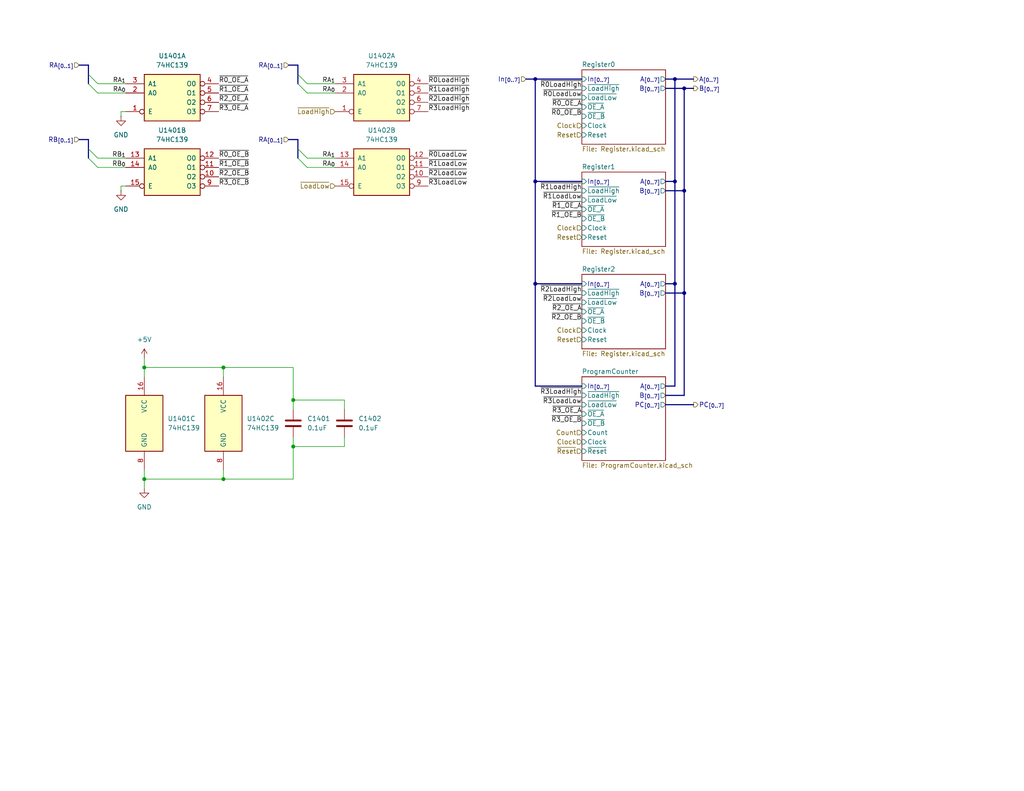
<source format=kicad_sch>
(kicad_sch (version 20250114) (generator "eeschema") (generator_version "9.0")
  (paper "USLetter")
  (title_block (title "BRISC8 CPU") (date "2025-06-26") (rev "v1.0.0") (company "Brian Duffy") (comment 3 "Compatible with the BRISC8 assembler and compiler suite.") (comment 4 "Simple 8-bit RISC CPU designed by Brian Duffy to explore the lowest level of computing."))
  (lib_symbols
    (symbol "74xx:74LS139" (pin_names (offset 1.016))
      (property "Reference" "U" (at -7.62 8.89 0))
      (property "Value" "74LS139" (at -7.62 -8.89 0))
      (symbol "74LS139_1_0"
        (pin input line (at -12.7 2.54 0) (length 5.08) (name "A1") (number "3"))
        (pin input line (at -12.7 0 0) (length 5.08) (name "A0") (number "2"))
        (pin input inverted (at -12.7 -5.08 0) (length 5.08) (name "E") (number "1"))
        (pin output inverted (at 12.7 2.54 180) (length 5.08) (name "O0") (number "4"))
        (pin output inverted (at 12.7 0 180) (length 5.08) (name "O1") (number "5"))
        (pin output inverted (at 12.7 -2.54 180) (length 5.08) (name "O2") (number "6"))
        (pin output inverted (at 12.7 -5.08 180) (length 5.08) (name "O3") (number "7"))
      )
      (symbol "74LS139_1_1"
        (rectangle (start -7.62 5.08) (end 7.62 -7.62) (stroke (width 0.254)) (fill (type background)))
      )
      (symbol "74LS139_2_0"
        (pin input line (at -12.7 2.54 0) (length 5.08) (name "A1") (number "13"))
        (pin input line (at -12.7 0 0) (length 5.08) (name "A0") (number "14"))
        (pin input inverted (at -12.7 -5.08 0) (length 5.08) (name "E") (number "15"))
        (pin output inverted (at 12.7 2.54 180) (length 5.08) (name "O0") (number "12"))
        (pin output inverted (at 12.7 0 180) (length 5.08) (name "O1") (number "11"))
        (pin output inverted (at 12.7 -2.54 180) (length 5.08) (name "O2") (number "10"))
        (pin output inverted (at 12.7 -5.08 180) (length 5.08) (name "O3") (number "9"))
      )
      (symbol "74LS139_2_1"
        (rectangle (start -7.62 5.08) (end 7.62 -7.62) (stroke (width 0.254)) (fill (type background)))
      )
      (symbol "74LS139_3_0"
        (pin power_in line (at 0 12.7 270) (length 5.08) (name "VCC") (number "16"))
        (pin power_in line (at 0 -12.7 90) (length 5.08) (name "GND") (number "8"))
      )
      (symbol "74LS139_3_1"
        (rectangle (start -5.08 7.62) (end 5.08 -7.62) (stroke (width 0.254)) (fill (type background)))
      )
    )
    (symbol "Device:C" (pin_numbers (hide yes)) (pin_names (offset 0.254))
      (property "Reference" "C" (at 0.635 2.54 0))
      (property "Value" "C" (at 0.635 -2.54 0))
      (symbol "C_0_1"
        (polyline (pts (xy -2.032 0.762) (xy 2.032 0.762)) (stroke (width 0.508)))
        (polyline (pts (xy -2.032 -0.762) (xy 2.032 -0.762)) (stroke (width 0.508)))
      )
      (symbol "C_1_1"
        (pin passive line (at 0 3.81 270) (length 2.794) (name "~") (number "1"))
        (pin passive line (at 0 -3.81 90) (length 2.794) (name "~") (number "2"))
      )
    )
    (symbol "power:+5V" (power) (pin_numbers (hide yes)) (pin_names (offset 0) (hide yes))
      (property "Value" "+5V" (at 0 3.556 0))
      (symbol "+5V_0_1"
        (polyline (pts (xy -0.762 1.27) (xy 0 2.54)))
        (polyline (pts (xy 0 2.54) (xy 0.762 1.27)))
        (polyline (pts (xy 0 0) (xy 0 2.54)))
      )
      (symbol "+5V_1_1"
        (pin power_in line (at 0 0 90) (length 0) (name "~") (number "1"))
      )
    )
    (symbol "power:GND" (power) (pin_numbers (hide yes)) (pin_names (offset 0) (hide yes))
      (property "Value" "GND" (at 0 -3.81 0))
      (symbol "GND_0_1"
        (polyline (pts (xy 0 0) (xy 0 -1.27) (xy 1.27 -1.27) (xy 0 -2.54) (xy -1.27 -1.27) (xy 0 -1.27)))
      )
      (symbol "GND_1_1"
        (pin power_in line (at 0 0 270) (length 0) (name "~") (number "1"))
      )
    )
  )
  (junction (at 39.37 100.33))
  (junction (at 146.05 77.47))
  (junction (at 60.96 100.33))
  (junction (at 184.15 21.59))
  (junction (at 184.15 77.47))
  (junction (at 186.69 24.13))
  (junction (at 80.01 121.92))
  (junction (at 186.69 80.01))
  (junction (at 39.37 130.81))
  (junction (at 80.01 109.22))
  (junction (at 184.15 49.53))
  (junction (at 146.05 49.53))
  (junction (at 146.05 21.59))
  (junction (at 186.69 52.07))
  (junction (at 60.96 130.81))
  (bus_entry (at 81.28 20.32) (size 2.54 2.54))
  (bus_entry (at 81.28 22.86) (size 2.54 2.54))
  (bus_entry (at 81.28 40.64) (size 2.54 2.54))
  (bus_entry (at 24.13 22.86) (size 2.54 2.54))
  (bus_entry (at 24.13 43.18) (size 2.54 2.54))
  (bus_entry (at 24.13 20.32) (size 2.54 2.54))
  (bus_entry (at 24.13 40.64) (size 2.54 2.54))
  (bus_entry (at 81.28 43.18) (size 2.54 2.54))
  (wire (pts (xy 93.98 109.22) (xy 80.01 109.22)))
  (bus (pts (xy 24.13 43.18) (xy 24.13 40.64)))
  (wire (pts (xy 80.01 121.92) (xy 80.01 130.81)))
  (wire (pts (xy 34.29 30.48) (xy 33.02 30.48)))
  (wire (pts (xy 33.02 30.48) (xy 33.02 31.75)))
  (bus (pts (xy 78.74 38.1) (xy 81.28 38.1)))
  (bus (pts (xy 184.15 77.47) (xy 184.15 105.41)))
  (bus (pts (xy 184.15 49.53) (xy 184.15 77.47)))
  (bus (pts (xy 146.05 105.41) (xy 158.75 105.41)))
  (bus (pts (xy 181.61 107.95) (xy 186.69 107.95)))
  (bus (pts (xy 158.75 77.47) (xy 146.05 77.47)))
  (bus (pts (xy 186.69 80.01) (xy 186.69 107.95)))
  (wire (pts (xy 93.98 111.76) (xy 93.98 109.22)))
  (bus (pts (xy 186.69 24.13) (xy 186.69 52.07)))
  (bus (pts (xy 21.59 38.1) (xy 24.13 38.1)))
  (wire (pts (xy 26.67 22.86) (xy 34.29 22.86)))
  (bus (pts (xy 146.05 77.47) (xy 146.05 105.41)))
  (bus (pts (xy 184.15 105.41) (xy 181.61 105.41)))
  (wire (pts (xy 83.82 22.86) (xy 91.44 22.86)))
  (bus (pts (xy 143.51 21.59) (xy 146.05 21.59)))
  (wire (pts (xy 39.37 130.81) (xy 39.37 133.35)))
  (wire (pts (xy 39.37 128.27) (xy 39.37 130.81)))
  (bus (pts (xy 181.61 80.01) (xy 186.69 80.01)))
  (bus (pts (xy 24.13 40.64) (xy 24.13 38.1)))
  (bus (pts (xy 181.61 49.53) (xy 184.15 49.53)))
  (bus (pts (xy 146.05 21.59) (xy 146.05 49.53)))
  (bus (pts (xy 146.05 49.53) (xy 158.75 49.53)))
  (wire (pts (xy 93.98 121.92) (xy 80.01 121.92)))
  (bus (pts (xy 21.59 17.78) (xy 24.13 17.78)))
  (wire (pts (xy 26.67 45.72) (xy 34.29 45.72)))
  (wire (pts (xy 26.67 25.4) (xy 34.29 25.4)))
  (wire (pts (xy 33.02 50.8) (xy 33.02 52.07)))
  (bus (pts (xy 184.15 21.59) (xy 184.15 49.53)))
  (wire (pts (xy 80.01 119.38) (xy 80.01 121.92)))
  (wire (pts (xy 39.37 97.79) (xy 39.37 100.33)))
  (bus (pts (xy 186.69 24.13) (xy 189.23 24.13)))
  (bus (pts (xy 184.15 21.59) (xy 181.61 21.59)))
  (wire (pts (xy 39.37 130.81) (xy 60.96 130.81)))
  (bus (pts (xy 181.61 24.13) (xy 186.69 24.13)))
  (bus (pts (xy 81.28 43.18) (xy 81.28 40.64)))
  (bus (pts (xy 181.61 110.49) (xy 189.23 110.49)))
  (wire (pts (xy 83.82 25.4) (xy 91.44 25.4)))
  (wire (pts (xy 80.01 111.76) (xy 80.01 109.22)))
  (wire (pts (xy 60.96 100.33) (xy 39.37 100.33)))
  (wire (pts (xy 83.82 45.72) (xy 91.44 45.72)))
  (wire (pts (xy 39.37 100.33) (xy 39.37 102.87)))
  (bus (pts (xy 24.13 22.86) (xy 24.13 20.32)))
  (wire (pts (xy 34.29 50.8) (xy 33.02 50.8)))
  (bus (pts (xy 184.15 21.59) (xy 189.23 21.59)))
  (wire (pts (xy 60.96 100.33) (xy 60.96 102.87)))
  (wire (pts (xy 80.01 100.33) (xy 60.96 100.33)))
  (wire (pts (xy 80.01 130.81) (xy 60.96 130.81)))
  (bus (pts (xy 81.28 40.64) (xy 81.28 38.1)))
  (bus (pts (xy 81.28 22.86) (xy 81.28 20.32)))
  (wire (pts (xy 83.82 43.18) (xy 91.44 43.18)))
  (bus (pts (xy 78.74 17.78) (xy 81.28 17.78)))
  (wire (pts (xy 80.01 109.22) (xy 80.01 100.33)))
  (bus (pts (xy 186.69 52.07) (xy 186.69 80.01)))
  (bus (pts (xy 186.69 52.07) (xy 181.61 52.07)))
  (bus (pts (xy 181.61 77.47) (xy 184.15 77.47)))
  (bus (pts (xy 24.13 20.32) (xy 24.13 17.78)))
  (bus (pts (xy 146.05 49.53) (xy 146.05 77.47)))
  (wire (pts (xy 26.67 43.18) (xy 34.29 43.18)))
  (bus (pts (xy 158.75 21.59) (xy 146.05 21.59)))
  (wire (pts (xy 93.98 119.38) (xy 93.98 121.92)))
  (bus (pts (xy 81.28 20.32) (xy 81.28 17.78)))
  (wire (pts (xy 60.96 130.81) (xy 60.96 128.27)))
  (label "~{R2LoadHigh}" (at 158.75 80.01 180))
  (label "~{R3LoadHigh}" (at 158.75 107.95 180))
  (label "~{R0_OE_A}" (at 158.75 29.21 180))
  (label "~{R3LoadHigh}" (at 116.84 30.48 0))
  (label "~{R0LoadLow}" (at 158.75 26.67 180))
  (label "~{R2LoadHigh}" (at 116.84 27.94 0))
  (label "~{R1LoadHigh}" (at 116.84 25.4 0))
  (label "~{R3LoadLow}" (at 116.84 50.8 0))
  (label "~{R3_OE_B}" (at 59.69 50.8 0))
  (label "~{R0_OE_B}" (at 59.69 43.18 0))
  (label "~{R2LoadLow}" (at 116.84 48.26 0))
  (label "~{R2LoadLow}" (at 158.75 82.55 180))
  (label "~{R3_OE_B}" (at 158.75 115.57 180))
  (label "RA_{1}" (at 34.29 22.86 180))
  (label "RA_{0}" (at 91.44 25.4 180))
  (label "~{R0LoadLow}" (at 116.84 43.18 0))
  (label "~{R0_OE_A}" (at 59.69 22.86 0))
  (label "RA_{0}" (at 91.44 45.72 180))
  (label "~{R0LoadHigh}" (at 158.75 24.13 180))
  (label "~{R2_OE_A}" (at 158.75 85.09 180))
  (label "RB_{1}" (at 34.29 43.18 180))
  (label "~{R3LoadLow}" (at 158.75 110.49 180))
  (label "~{R1LoadHigh}" (at 158.75 52.07 180))
  (label "~{R0_OE_B}" (at 158.75 31.75 180))
  (label "~{R2_OE_B}" (at 158.75 87.63 180))
  (label "~{R1_OE_A}" (at 59.69 25.4 0))
  (label "RA_{1}" (at 91.44 22.86 180))
  (label "~{R2_OE_B}" (at 59.69 48.26 0))
  (label "~{R1_OE_B}" (at 158.75 59.69 180))
  (label "RB_{0}" (at 34.29 45.72 180))
  (label "~{R1LoadLow}" (at 158.75 54.61 180))
  (label "RA_{0}" (at 34.29 25.4 180))
  (label "~{R2_OE_A}" (at 59.69 27.94 0))
  (label "RA_{1}" (at 91.44 43.18 180))
  (label "~{R1_OE_B}" (at 59.69 45.72 0))
  (label "~{R0LoadHigh}" (at 116.84 22.86 0))
  (label "~{R1_OE_A}" (at 158.75 57.15 180))
  (label "~{R3_OE_A}" (at 59.69 30.48 0))
  (label "~{R3_OE_A}" (at 158.75 113.03 180))
  (label "~{R1LoadLow}" (at 116.84 45.72 0))
  (hierarchical_label "Clock" (shape input) (at 158.75 120.65 180))
  (hierarchical_label "B_{[0..7]}" (shape output) (at 189.23 24.13 0))
  (hierarchical_label "A_{[0..7]}" (shape output) (at 189.23 21.59 0))
  (hierarchical_label "Clock" (shape input) (at 158.75 34.29 180))
  (hierarchical_label "PC_{[0..7]}" (shape output) (at 189.23 110.49 0))
  (hierarchical_label "~{LoadHigh}" (shape input) (at 91.44 30.48 180))
  (hierarchical_label "~{Reset}" (shape input) (at 158.75 123.19 180))
  (hierarchical_label "Clock" (shape input) (at 158.75 90.17 180))
  (hierarchical_label "~{LoadLow}" (shape input) (at 91.44 50.8 180))
  (hierarchical_label "In_{[0..7]}" (shape input) (at 143.51 21.59 180))
  (hierarchical_label "Reset" (shape input) (at 158.75 64.77 180))
  (hierarchical_label "RA_{[0..1]}" (shape input) (at 78.74 17.78 180))
  (hierarchical_label "RB_{[0..1]}" (shape input) (at 21.59 38.1 180))
  (hierarchical_label "Reset" (shape input) (at 158.75 36.83 180))
  (hierarchical_label "RA_{[0..1]}" (shape input) (at 78.74 38.1 180))
  (hierarchical_label "Clock" (shape input) (at 158.75 62.23 180))
  (hierarchical_label "Count" (shape input) (at 158.75 118.11 180))
  (hierarchical_label "RA_{[0..1]}" (shape input) (at 21.59 17.78 180))
  (hierarchical_label "Reset" (shape input) (at 158.75 92.71 180))
  (symbol (lib_id "74xx:74LS139") (at 104.14 25.4 0) (unit 1)
    (property "Reference" "U1402" (at 104.14 15.24 0))
    (property "Value" "74HC139" (at 104.14 17.78 0))
    (property "Footprint" "Package_DIP:DIP-16_W7.62mm" (effects (hide yes)))
    (property "Datasheet" "http://www.ti.com/lit/ds/symlink/sn74ls139a.pdf" (effects (hide yes)))
    (property "Description" "Dual Decoder 1 of 4, Active low outputs" (effects (hide yes)))
  )
  (symbol (lib_id "74xx:74LS139") (at 46.99 45.72 0) (unit 2)
    (property "Reference" "U1401" (at 46.99 35.56 0))
    (property "Value" "74HC139" (at 46.99 38.1 0))
    (property "Footprint" "Package_DIP:DIP-16_W7.62mm" (effects (hide yes)))
    (property "Datasheet" "http://www.ti.com/lit/ds/symlink/sn74ls139a.pdf" (effects (hide yes)))
    (property "Description" "Dual Decoder 1 of 4, Active low outputs" (effects (hide yes)))
  )
  (symbol (lib_id "power:GND") (at 33.02 31.75 0) (unit 1)
    (property "Reference" "#PWR01401" (effects (hide yes)))
    (property "Value" "GND" (at 33.02 36.83 0))
    (property "Description" "Power symbol creates a global label with name \"GND\" , ground" (effects (hide yes)))
  )
  (symbol (lib_id "74xx:74LS139") (at 60.96 115.57 0) (unit 3)
    (property "Reference" "U1402" (at 67.31 114.2999 0) (effects (justify left)))
    (property "Value" "74HC139" (at 67.31 116.8399 0) (effects (justify left)))
    (property "Footprint" "Package_DIP:DIP-16_W7.62mm" (effects (hide yes)))
    (property "Datasheet" "http://www.ti.com/lit/ds/symlink/sn74ls139a.pdf" (effects (hide yes)))
    (property "Description" "Dual Decoder 1 of 4, Active low outputs" (effects (hide yes)))
  )
  (symbol (lib_id "power:+5V") (at 39.37 97.79 0) (unit 1)
    (property "Reference" "#PWR01403" (effects (hide yes)))
    (property "Value" "+5V" (at 39.37 92.71 0))
    (property "Description" "Power symbol creates a global label with name \"+5V\"" (effects (hide yes)))
  )
  (symbol (lib_id "74xx:74LS139") (at 104.14 45.72 0) (unit 2)
    (property "Reference" "U1402" (at 104.14 35.56 0))
    (property "Value" "74HC139" (at 104.14 38.1 0))
    (property "Footprint" "Package_DIP:DIP-16_W7.62mm" (effects (hide yes)))
    (property "Datasheet" "http://www.ti.com/lit/ds/symlink/sn74ls139a.pdf" (effects (hide yes)))
    (property "Description" "Dual Decoder 1 of 4, Active low outputs" (effects (hide yes)))
  )
  (symbol (lib_id "power:GND") (at 39.37 133.35 0) (unit 1)
    (property "Reference" "#PWR01404" (effects (hide yes)))
    (property "Value" "GND" (at 39.37 138.43 0))
    (property "Description" "Power symbol creates a global label with name \"GND\" , ground" (effects (hide yes)))
  )
  (symbol (lib_id "74xx:74LS139") (at 39.37 115.57 0) (unit 3)
    (property "Reference" "U1401" (at 45.72 114.2999 0) (effects (justify left)))
    (property "Value" "74HC139" (at 45.72 116.8399 0) (effects (justify left)))
    (property "Footprint" "Package_DIP:DIP-16_W7.62mm" (effects (hide yes)))
    (property "Datasheet" "http://www.ti.com/lit/ds/symlink/sn74ls139a.pdf" (effects (hide yes)))
    (property "Description" "Dual Decoder 1 of 4, Active low outputs" (effects (hide yes)))
  )
  (symbol (lib_id "power:GND") (at 33.02 52.07 0) (unit 1)
    (property "Reference" "#PWR01402" (effects (hide yes)))
    (property "Value" "GND" (at 33.02 57.15 0))
    (property "Description" "Power symbol creates a global label with name \"GND\" , ground" (effects (hide yes)))
  )
  (symbol (lib_id "Device:C") (at 80.01 115.57 0) (unit 1)
    (property "Reference" "C1401" (at 83.82 114.2999 0) (effects (justify left)))
    (property "Value" "0.1uF" (at 83.82 116.8399 0) (effects (justify left)))
    (property "Footprint" "Capacitor_THT:C_Rect_L4.0mm_W2.5mm_P2.50mm" (effects (hide yes)))
    (property "Description" "Unpolarized capacitor" (effects (hide yes)))
  )
  (symbol (lib_id "74xx:74LS139") (at 46.99 25.4 0) (unit 1)
    (property "Reference" "U1401" (at 46.99 15.24 0))
    (property "Value" "74HC139" (at 46.99 17.78 0))
    (property "Footprint" "Package_DIP:DIP-16_W7.62mm" (effects (hide yes)))
    (property "Datasheet" "http://www.ti.com/lit/ds/symlink/sn74ls139a.pdf" (effects (hide yes)))
    (property "Description" "Dual Decoder 1 of 4, Active low outputs" (effects (hide yes)))
  )
  (symbol (lib_id "Device:C") (at 93.98 115.57 0) (unit 1)
    (property "Reference" "C1402" (at 97.79 114.2999 0) (effects (justify left)))
    (property "Value" "0.1uF" (at 97.79 116.8399 0) (effects (justify left)))
    (property "Footprint" "Capacitor_THT:C_Rect_L4.0mm_W2.5mm_P2.50mm" (effects (hide yes)))
    (property "Description" "Unpolarized capacitor" (effects (hide yes)))
  )
  (sheet (at 158.75 102.87) (size 22.86 22.86) (stroke (width 0.1524))
    (property "Sheetname" "ProgramCounter" (at 158.75 102.1584 0) (effects (justify left bottom)))
    (property "Sheetfile" "ProgramCounter.kicad_sch" (at 158.75 126.3146 0) (effects (justify left top)))
    (pin "In_{[0..7]}" input (at 158.75 105.41 180))
    (pin "Clock" input (at 158.75 120.65 180))
    (pin "~{LoadLow}" input (at 158.75 110.49 180))
    (pin "~{Reset}" input (at 158.75 123.19 180))
    (pin "~{LoadHigh}" input (at 158.75 107.95 180))
    (pin "Count" input (at 158.75 118.11 180))
    (pin "~{OE_A}" input (at 158.75 113.03 180))
    (pin "B_{[0..7]}" output (at 181.61 107.95 0))
    (pin "A_{[0..7]}" output (at 181.61 105.41 0))
    (pin "~{OE_B}" input (at 158.75 115.57 180))
    (pin "PC_{[0..7]}" output (at 181.61 110.49 0))
  )
  (sheet (at 158.75 74.93) (size 22.86 20.32) (stroke (width 0.1524))
    (property "Sheetname" "Register2" (at 158.75 74.2184 0) (effects (justify left bottom)))
    (property "Sheetfile" "Register.kicad_sch" (at 158.75 95.8346 0) (effects (justify left top)))
    (pin "Clock" input (at 158.75 90.17 180))
    (pin "~{LoadHigh}" input (at 158.75 80.01 180))
    (pin "Reset" input (at 158.75 92.71 180))
    (pin "In_{[0..7]}" input (at 158.75 77.47 180))
    (pin "~{LoadLow}" input (at 158.75 82.55 180))
    (pin "~{OE_B}" input (at 158.75 87.63 180))
    (pin "~{OE_A}" input (at 158.75 85.09 180))
    (pin "B_{[0..7]}" output (at 181.61 80.01 0))
    (pin "A_{[0..7]}" output (at 181.61 77.47 0))
  )
  (sheet (at 158.75 19.05) (size 22.86 20.32) (stroke (width 0.1524))
    (property "Sheetname" "Register0" (at 158.75 18.3384 0) (effects (justify left bottom)))
    (property "Sheetfile" "Register.kicad_sch" (at 158.75 39.9546 0) (effects (justify left top)))
    (pin "Clock" input (at 158.75 34.29 180))
    (pin "~{LoadHigh}" input (at 158.75 24.13 180))
    (pin "Reset" input (at 158.75 36.83 180))
    (pin "In_{[0..7]}" input (at 158.75 21.59 180))
    (pin "~{LoadLow}" input (at 158.75 26.67 180))
    (pin "~{OE_B}" input (at 158.75 31.75 180))
    (pin "~{OE_A}" input (at 158.75 29.21 180))
    (pin "B_{[0..7]}" output (at 181.61 24.13 0))
    (pin "A_{[0..7]}" output (at 181.61 21.59 0))
  )
  (sheet (at 158.75 46.99) (size 22.86 20.32) (stroke (width 0.1524))
    (property "Sheetname" "Register1" (at 158.75 46.2784 0) (effects (justify left bottom)))
    (property "Sheetfile" "Register.kicad_sch" (at 158.75 67.8946 0) (effects (justify left top)))
    (pin "Clock" input (at 158.75 62.23 180))
    (pin "~{LoadHigh}" input (at 158.75 52.07 180))
    (pin "Reset" input (at 158.75 64.77 180))
    (pin "In_{[0..7]}" input (at 158.75 49.53 180))
    (pin "~{LoadLow}" input (at 158.75 54.61 180))
    (pin "~{OE_B}" input (at 158.75 59.69 180))
    (pin "~{OE_A}" input (at 158.75 57.15 180))
    (pin "B_{[0..7]}" output (at 181.61 52.07 0))
    (pin "A_{[0..7]}" output (at 181.61 49.53 0))
  )
)
</source>
